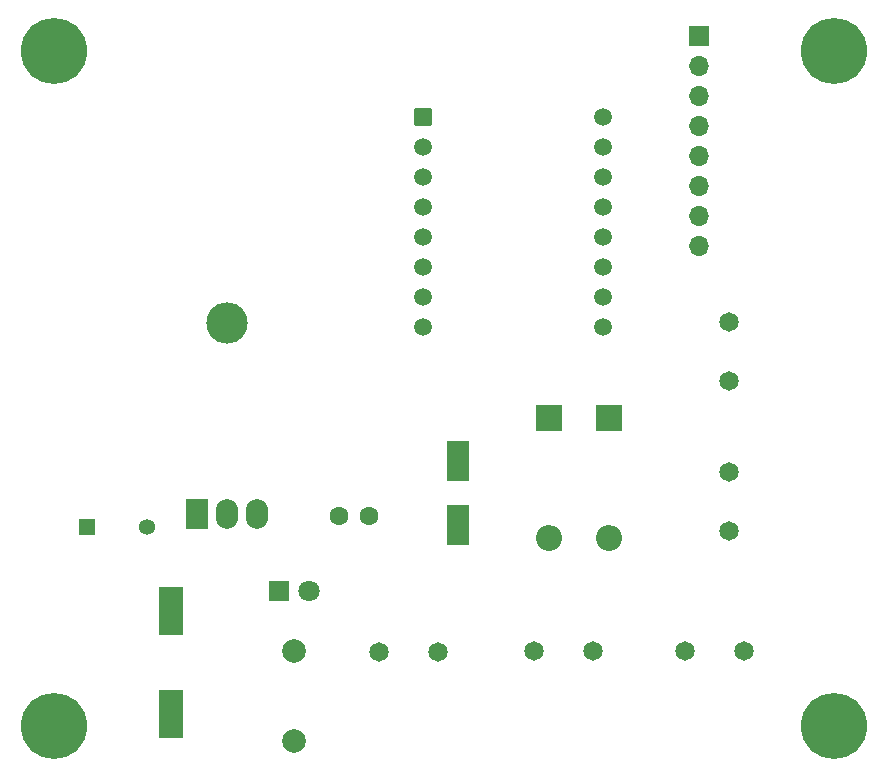
<source format=gbr>
%TF.GenerationSoftware,KiCad,Pcbnew,7.0.9*%
%TF.CreationDate,2025-08-15T16:53:55+02:00*%
%TF.ProjectId,Kicad_Projet_Sons_HW896_V2,4b696361-645f-4507-926f-6a65745f536f,rev?*%
%TF.SameCoordinates,Original*%
%TF.FileFunction,Soldermask,Top*%
%TF.FilePolarity,Negative*%
%FSLAX46Y46*%
G04 Gerber Fmt 4.6, Leading zero omitted, Abs format (unit mm)*
G04 Created by KiCad (PCBNEW 7.0.9) date 2025-08-15 16:53:55*
%MOMM*%
%LPD*%
G01*
G04 APERTURE LIST*
G04 Aperture macros list*
%AMRoundRect*
0 Rectangle with rounded corners*
0 $1 Rounding radius*
0 $2 $3 $4 $5 $6 $7 $8 $9 X,Y pos of 4 corners*
0 Add a 4 corners polygon primitive as box body*
4,1,4,$2,$3,$4,$5,$6,$7,$8,$9,$2,$3,0*
0 Add four circle primitives for the rounded corners*
1,1,$1+$1,$2,$3*
1,1,$1+$1,$4,$5*
1,1,$1+$1,$6,$7*
1,1,$1+$1,$8,$9*
0 Add four rect primitives between the rounded corners*
20,1,$1+$1,$2,$3,$4,$5,0*
20,1,$1+$1,$4,$5,$6,$7,0*
20,1,$1+$1,$6,$7,$8,$9,0*
20,1,$1+$1,$8,$9,$2,$3,0*%
G04 Aperture macros list end*
%ADD10C,5.600000*%
%ADD11C,1.650000*%
%ADD12R,1.850000X3.500000*%
%ADD13R,1.357000X1.357000*%
%ADD14C,1.357000*%
%ADD15O,1.900000X2.500000*%
%ADD16R,1.900000X2.500000*%
%ADD17O,3.500000X3.500000*%
%ADD18R,1.800000X1.800000*%
%ADD19C,1.800000*%
%ADD20R,2.200000X2.200000*%
%ADD21O,2.200000X2.200000*%
%ADD22R,2.000000X4.100000*%
%ADD23R,1.700000X1.700000*%
%ADD24O,1.700000X1.700000*%
%ADD25C,2.000000*%
%ADD26C,1.600000*%
%ADD27RoundRect,0.102000X-0.654000X-0.654000X0.654000X-0.654000X0.654000X0.654000X-0.654000X0.654000X0*%
%ADD28C,1.512000*%
G04 APERTURE END LIST*
D10*
%TO.C,REF\u002A\u002A*%
X114270000Y-104150000D03*
%TD*%
%TO.C,REF\u002A\u002A*%
X180310000Y-104150000D03*
%TD*%
%TO.C,REF\u002A\u002A*%
X180310000Y-47000000D03*
%TD*%
%TO.C,REF\u002A\u002A*%
X114270000Y-47000000D03*
%TD*%
D11*
%TO.C,J6*%
X171420000Y-69940000D03*
X171420000Y-74940000D03*
%TD*%
%TO.C,J5*%
X171420000Y-87640000D03*
X171420000Y-82640000D03*
%TD*%
%TO.C,J4*%
X167690000Y-97800000D03*
X172690000Y-97800000D03*
%TD*%
%TO.C,J2*%
X154860000Y-97800000D03*
X159860000Y-97800000D03*
%TD*%
%TO.C,J1*%
X146730000Y-97850000D03*
X141730000Y-97850000D03*
%TD*%
D12*
%TO.C,C4*%
X148450000Y-81670000D03*
X148450000Y-87070000D03*
%TD*%
D13*
%TO.C,C1*%
X117020000Y-87290000D03*
D14*
X122100000Y-87290000D03*
%TD*%
D15*
%TO.C,U1*%
X131440000Y-86190000D03*
X128900000Y-86190000D03*
D16*
X126360000Y-86190000D03*
D17*
X128900000Y-69990000D03*
%TD*%
D18*
%TO.C,D3*%
X133320000Y-92720000D03*
D19*
X135860000Y-92720000D03*
%TD*%
D20*
%TO.C,D1*%
X156180000Y-78000000D03*
D21*
X156180000Y-88160000D03*
%TD*%
D22*
%TO.C,C2*%
X124150000Y-94395000D03*
X124150000Y-103095000D03*
%TD*%
D23*
%TO.C,J3*%
X168880000Y-45730000D03*
D24*
X168880000Y-48270000D03*
X168880000Y-50810000D03*
X168880000Y-53350000D03*
X168880000Y-55890000D03*
X168880000Y-58430000D03*
X168880000Y-60970000D03*
X168880000Y-63510000D03*
%TD*%
D25*
%TO.C,R1*%
X134590000Y-97800000D03*
X134590000Y-105420000D03*
%TD*%
D26*
%TO.C,C3*%
X138400000Y-86360000D03*
X140900000Y-86360000D03*
%TD*%
D27*
%TO.C,U2*%
X145470000Y-52520000D03*
D28*
X145470000Y-55060000D03*
X145470000Y-57600000D03*
X145470000Y-60140000D03*
X145470000Y-62680000D03*
X145470000Y-65220000D03*
X145470000Y-67760000D03*
X145470000Y-70300000D03*
X160710000Y-70300000D03*
X160710000Y-67760000D03*
X160710000Y-65220000D03*
X160710000Y-62680000D03*
X160710000Y-60140000D03*
X160710000Y-57600000D03*
X160710000Y-55060000D03*
X160710000Y-52520000D03*
%TD*%
D20*
%TO.C,D2*%
X161260000Y-78000000D03*
D21*
X161260000Y-88160000D03*
%TD*%
M02*

</source>
